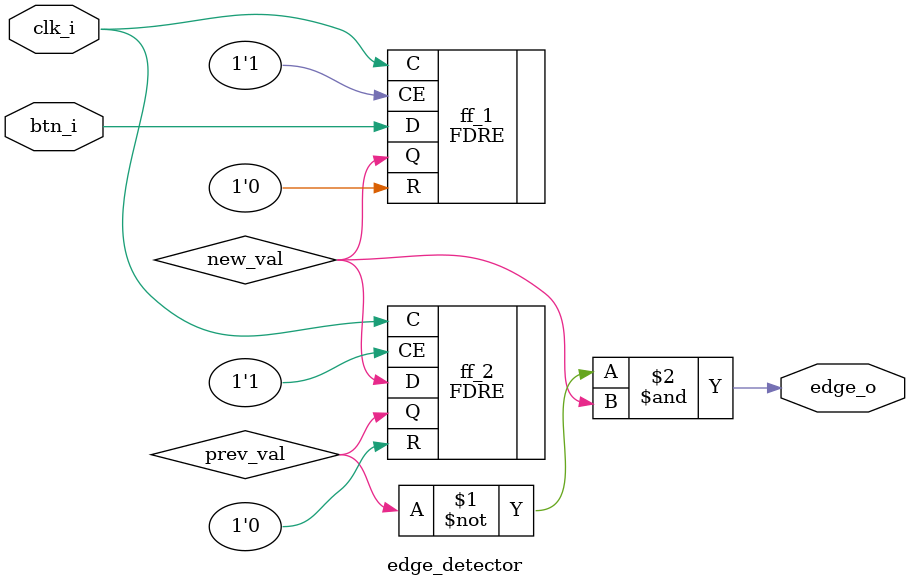
<source format=v>
`timescale 1ns / 1ps

module edge_detector(
    input btn_i,
    input clk_i,
    output edge_o
    );
    
    wire prev_val, new_val;
    
    FDRE #(.INIT(1'b0)) ff_1 (
        .C(clk_i),
        .CE(1'b1),
        .D(btn_i),
        .Q(new_val),
        .R(1'b0)
    );
    
    FDRE #(.INIT(1'b0)) ff_2 (
        .C(clk_i),
        .CE(1'b1),
        .D(new_val),
        .Q(prev_val),
        .R(1'b0)
    );
    
    assign edge_o = ~prev_val & new_val;
    
endmodule

</source>
